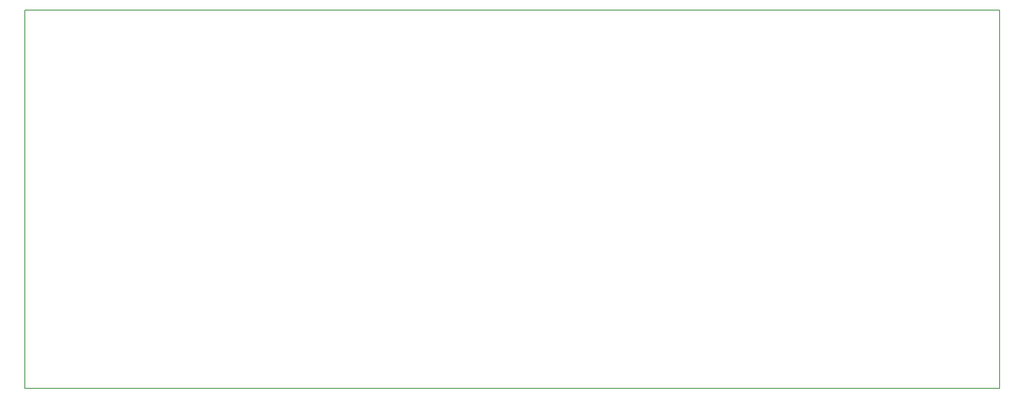
<source format=gm1>
G04 #@! TF.GenerationSoftware,KiCad,Pcbnew,5.0.0-fee4fd1~66~ubuntu18.04.1*
G04 #@! TF.CreationDate,2018-10-15T20:56:38+03:00*
G04 #@! TF.ProjectId,microstim,6D6963726F7374696D2E6B696361645F,rev?*
G04 #@! TF.SameCoordinates,Original*
G04 #@! TF.FileFunction,Profile,NP*
%FSLAX46Y46*%
G04 Gerber Fmt 4.6, Leading zero omitted, Abs format (unit mm)*
G04 Created by KiCad (PCBNEW 5.0.0-fee4fd1~66~ubuntu18.04.1) date Mon Oct 15 20:56:38 2018*
%MOMM*%
%LPD*%
G01*
G04 APERTURE LIST*
%ADD10C,0.150000*%
G04 APERTURE END LIST*
D10*
X59690000Y-21590000D02*
X59690000Y-97790000D01*
X255778000Y-21590000D02*
X59690000Y-21590000D01*
X255778000Y-97790000D02*
X255778000Y-21590000D01*
X59690000Y-97790000D02*
X255778000Y-97790000D01*
M02*

</source>
